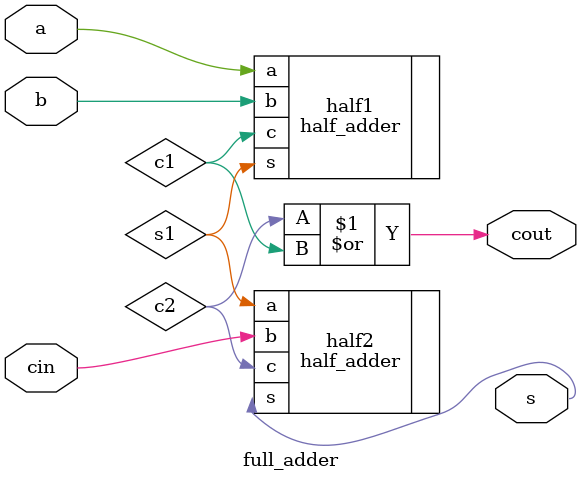
<source format=v>
`timescale 1ns / 1ps


module full_adder(
    input a,
    input b,
    input cin,
    output s,
    output cout
      );
     wire s1,c1,c2;
 half_adder half1(.a(a),.b(b),.c(c1),.s(s1));
half_adder half2(.a(s1),.b(cin),.c(c2),.s(s));
or(cout,c2,c1); 
endmodule
</source>
